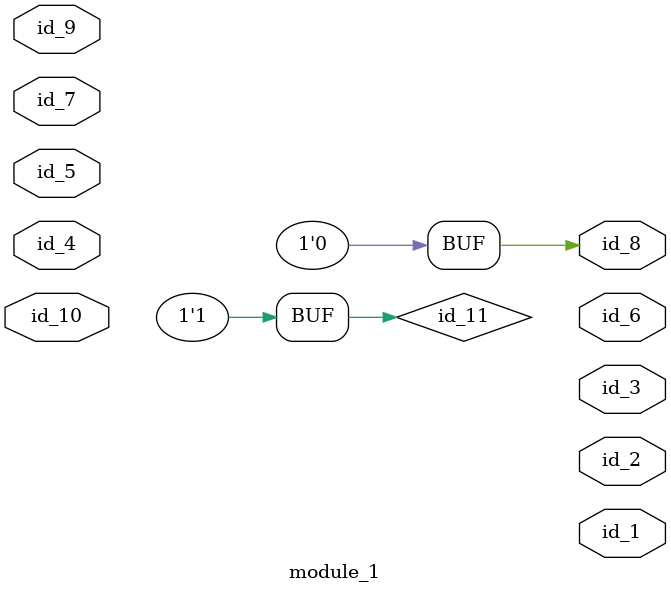
<source format=v>
module module_0 (
    id_1,
    id_2,
    id_3
);
  input wire id_3;
  inout wire id_2;
  inout wire id_1;
  wire id_4;
endmodule
module module_1 (
    id_1,
    id_2,
    id_3,
    id_4,
    id_5,
    id_6,
    id_7,
    id_8,
    id_9,
    id_10
);
  inout wire id_10;
  input wire id_9;
  output wire id_8;
  inout wire id_7;
  output wire id_6;
  inout wire id_5;
  input wire id_4;
  output wire id_3;
  output wire id_2;
  output wire id_1;
  wor id_11 = 1, id_12;
  nor primCall (id_8, id_9, id_4, id_5, id_11, id_12, id_7, id_10);
  module_0 modCall_1 (
      id_11,
      id_11,
      id_9
  );
endmodule

</source>
